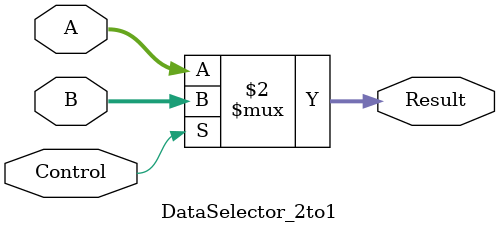
<source format=v>
`timescale 1ns / 1ps

module DataSelector_2to1(A, B, Control, Result);
    input [31:0] A, B;
    input Control;
    output [31:0] Result;
    
    assign Result = (Control == 1'b0 ? A : B);

endmodule

</source>
